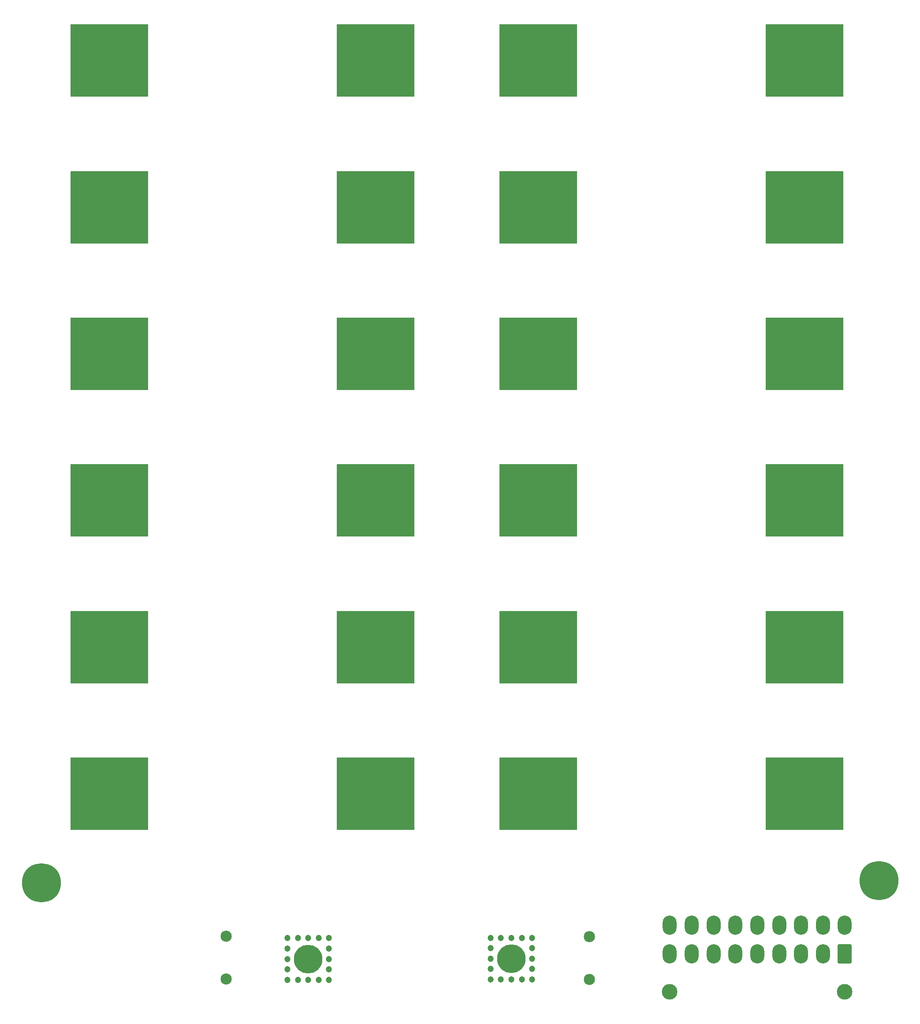
<source format=gbs>
G04 #@! TF.GenerationSoftware,KiCad,Pcbnew,8.0.5*
G04 #@! TF.CreationDate,2025-12-20T20:43:01-08:00*
G04 #@! TF.ProjectId,URBAN_CELL_BOARD,55524241-4e5f-4434-954c-4c5f424f4152,rev?*
G04 #@! TF.SameCoordinates,Original*
G04 #@! TF.FileFunction,Soldermask,Bot*
G04 #@! TF.FilePolarity,Negative*
%FSLAX46Y46*%
G04 Gerber Fmt 4.6, Leading zero omitted, Abs format (unit mm)*
G04 Created by KiCad (PCBNEW 8.0.5) date 2025-12-20 20:43:01*
%MOMM*%
%LPD*%
G01*
G04 APERTURE LIST*
G04 Aperture macros list*
%AMRoundRect*
0 Rectangle with rounded corners*
0 $1 Rounding radius*
0 $2 $3 $4 $5 $6 $7 $8 $9 X,Y pos of 4 corners*
0 Add a 4 corners polygon primitive as box body*
4,1,4,$2,$3,$4,$5,$6,$7,$8,$9,$2,$3,0*
0 Add four circle primitives for the rounded corners*
1,1,$1+$1,$2,$3*
1,1,$1+$1,$4,$5*
1,1,$1+$1,$6,$7*
1,1,$1+$1,$8,$9*
0 Add four rect primitives between the rounded corners*
20,1,$1+$1,$2,$3,$4,$5,0*
20,1,$1+$1,$4,$5,$6,$7,0*
20,1,$1+$1,$6,$7,$8,$9,0*
20,1,$1+$1,$8,$9,$2,$3,0*%
G04 Aperture macros list end*
%ADD10C,9.000000*%
%ADD11R,15.000000X14.000000*%
%ADD12C,2.154000*%
%ADD13C,3.000000*%
%ADD14RoundRect,0.250001X1.099999X1.599999X-1.099999X1.599999X-1.099999X-1.599999X1.099999X-1.599999X0*%
%ADD15O,2.700000X3.700000*%
%ADD16C,7.500000*%
%ADD17C,5.500000*%
%ADD18C,1.200000*%
G04 APERTURE END LIST*
D10*
G04 #@! TO.C,BT6*
X148629000Y-99751000D03*
D11*
X148629000Y-99751000D03*
D10*
X97529000Y-99751000D03*
D11*
X97529000Y-99751000D03*
G04 #@! TD*
D10*
G04 #@! TO.C,BT7*
X231029000Y-99751000D03*
D11*
X231029000Y-99751000D03*
D10*
X179929000Y-99751000D03*
D11*
X179929000Y-99751000D03*
G04 #@! TD*
D12*
G04 #@! TO.C,J4*
X119945000Y-267787500D03*
X119945000Y-275987500D03*
G04 #@! TD*
D10*
G04 #@! TO.C,BT5*
X148629000Y-127885000D03*
D11*
X148629000Y-127885000D03*
D10*
X97529000Y-127885000D03*
D11*
X97529000Y-127885000D03*
G04 #@! TD*
D10*
G04 #@! TO.C,BT9*
X231029000Y-156019000D03*
D11*
X231029000Y-156019000D03*
D10*
X179929000Y-156019000D03*
D11*
X179929000Y-156019000D03*
G04 #@! TD*
D12*
G04 #@! TO.C,J5*
X189675000Y-267875000D03*
X189675000Y-276075000D03*
G04 #@! TD*
D13*
G04 #@! TO.C,J1*
X238760000Y-278445000D03*
X205160000Y-278445000D03*
D14*
X238760000Y-271145000D03*
D15*
X234560000Y-271145000D03*
X230360000Y-271145000D03*
X226160000Y-271145000D03*
X221960000Y-271145000D03*
X217760000Y-271145000D03*
X213560000Y-271145000D03*
X209360000Y-271145000D03*
X205160000Y-271145000D03*
X238760000Y-265645000D03*
X234560000Y-265645000D03*
X230360000Y-265645000D03*
X226160000Y-265645000D03*
X221960000Y-265645000D03*
X217760000Y-265645000D03*
X213560000Y-265645000D03*
X209360000Y-265645000D03*
X205160000Y-265645000D03*
G04 #@! TD*
D10*
G04 #@! TO.C,BT3*
X148629000Y-184153000D03*
D11*
X148629000Y-184153000D03*
D10*
X97529000Y-184153000D03*
D11*
X97529000Y-184153000D03*
G04 #@! TD*
D10*
G04 #@! TO.C,BT10*
X231029000Y-184153000D03*
D11*
X231029000Y-184153000D03*
D10*
X179929000Y-184153000D03*
D11*
X179929000Y-184153000D03*
G04 #@! TD*
D10*
G04 #@! TO.C,BT4*
X148629000Y-156019000D03*
D11*
X148629000Y-156019000D03*
D10*
X97529000Y-156019000D03*
D11*
X97529000Y-156019000D03*
G04 #@! TD*
D10*
G04 #@! TO.C,BT11*
X231029000Y-212287000D03*
D11*
X231029000Y-212287000D03*
D10*
X179929000Y-212287000D03*
D11*
X179929000Y-212287000D03*
G04 #@! TD*
D16*
G04 #@! TO.C,H2*
X245294517Y-257095442D03*
G04 #@! TD*
D17*
G04 #@! TO.C,J2*
X135710000Y-272150000D03*
D18*
X131710000Y-268150000D03*
X131710000Y-270150000D03*
X131710000Y-272150000D03*
X131710000Y-274150000D03*
X131710000Y-276150000D03*
X133710000Y-268150000D03*
X133710000Y-276150000D03*
X135710001Y-268150000D03*
X135710001Y-276150000D03*
X137710000Y-268150000D03*
X137710000Y-276150000D03*
X139710000Y-268150000D03*
X139710000Y-270150000D03*
X139710000Y-272150000D03*
X139710000Y-274150000D03*
X139710000Y-276150000D03*
G04 #@! TD*
D10*
G04 #@! TO.C,BT1*
X148629000Y-240421000D03*
D11*
X148629000Y-240421000D03*
D10*
X97529000Y-240421000D03*
D11*
X97529000Y-240421000D03*
G04 #@! TD*
D17*
G04 #@! TO.C,J3*
X174720000Y-272080000D03*
D18*
X170720000Y-268080000D03*
X170720000Y-270080000D03*
X170720000Y-272080000D03*
X170720000Y-274080000D03*
X170720000Y-276080000D03*
X172720000Y-268080000D03*
X172720000Y-276080000D03*
X174720001Y-268080000D03*
X174720001Y-276080000D03*
X176720000Y-268080000D03*
X176720000Y-276080000D03*
X178720000Y-268080000D03*
X178720000Y-270080000D03*
X178720000Y-272080000D03*
X178720000Y-274080000D03*
X178720000Y-276080000D03*
G04 #@! TD*
D10*
G04 #@! TO.C,BT12*
X231029000Y-240421000D03*
D11*
X231029000Y-240421000D03*
D10*
X179929000Y-240421000D03*
D11*
X179929000Y-240421000D03*
G04 #@! TD*
D16*
G04 #@! TO.C,H1*
X84469848Y-257548072D03*
G04 #@! TD*
D10*
G04 #@! TO.C,BT2*
X148629000Y-212287000D03*
D11*
X148629000Y-212287000D03*
D10*
X97529000Y-212287000D03*
D11*
X97529000Y-212287000D03*
G04 #@! TD*
D10*
G04 #@! TO.C,BT8*
X231029000Y-127885000D03*
D11*
X231029000Y-127885000D03*
D10*
X179929000Y-127885000D03*
D11*
X179929000Y-127885000D03*
G04 #@! TD*
M02*

</source>
